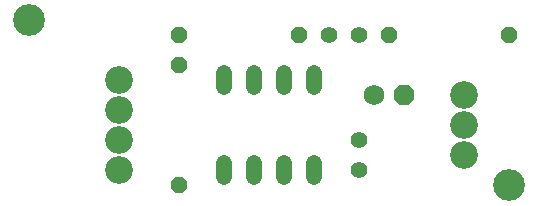
<source format=gbs>
G75*
G70*
%OFA0B0*%
%FSLAX24Y24*%
%IPPOS*%
%LPD*%
%AMOC8*
5,1,8,0,0,1.08239X$1,22.5*
%
%ADD10C,0.1060*%
%ADD11C,0.0920*%
%ADD12C,0.0540*%
%ADD13OC8,0.0540*%
%ADD14C,0.0560*%
%ADD15OC8,0.0690*%
%ADD16C,0.0690*%
D10*
X002181Y007681D03*
X018181Y002181D03*
D11*
X005181Y002681D03*
X005181Y003681D03*
X005181Y004681D03*
X005181Y005681D03*
X016681Y005181D03*
X016681Y004181D03*
X016681Y003181D03*
D12*
X011681Y002921D02*
X011681Y002441D01*
X010681Y002441D02*
X010681Y002921D01*
X009681Y002921D02*
X009681Y002441D01*
X008681Y002441D02*
X008681Y002921D01*
X008681Y005441D02*
X008681Y005921D01*
X009681Y005921D02*
X009681Y005441D01*
X010681Y005441D02*
X010681Y005921D01*
X011681Y005921D02*
X011681Y005441D01*
D13*
X011181Y007181D03*
X014181Y007181D03*
X018181Y007181D03*
X007181Y007181D03*
X007181Y006181D03*
X007181Y002181D03*
D14*
X013181Y002681D03*
X013181Y003681D03*
X013181Y007181D03*
X012181Y007181D03*
D15*
X014681Y005181D03*
D16*
X013681Y005181D03*
M02*

</source>
